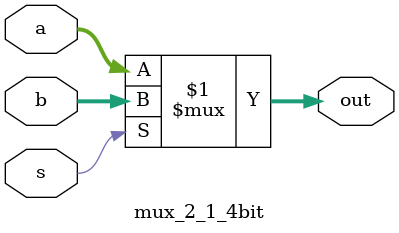
<source format=v>
`timescale 1ns / 1ps
`ifndef mux_2_1_4bit
`define mux_2_1_4bit

module mux_2_1_4bit(

	input [3:0]a,
	input [3:0]b,
	input s,
	output [3:0]out
	
	);

	assign out = s ? b : a;

endmodule

`endif 
</source>
